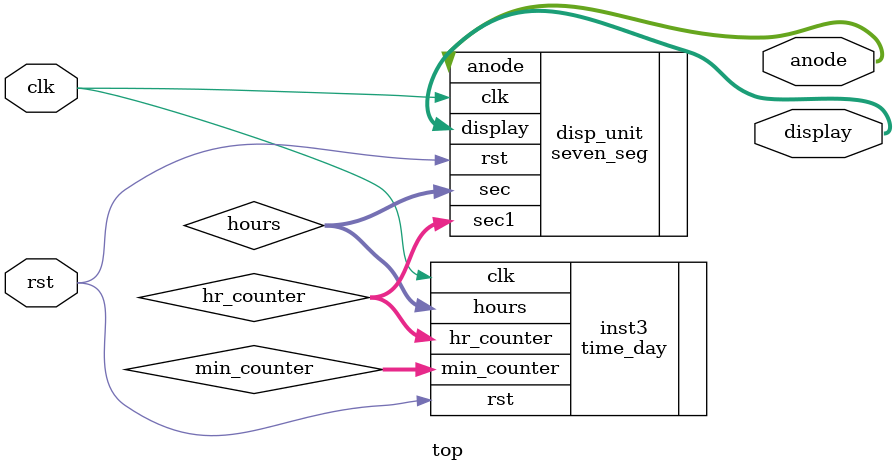
<source format=v>
`timescale 1ns / 1ps


module top(
    input clk,
    input rst,
    output wire [6:0] display,
    output wire [3:0] anode
    );
    
  wire [5:0] min_counter;
  wire [5:0] hr_counter;
  wire [4:0] hours;
    time_day inst3 (
        .clk(clk),
        .rst(rst),
        .min_counter(min_counter),
        .hr_counter(hr_counter),
        .hours(hours)
        );
        
         seven_seg disp_unit (
        .clk(clk),
        .rst(rst),
        .sec(hours),
        .sec1(hr_counter),
        .display(display),
        .anode(anode)
    );
endmodule

</source>
